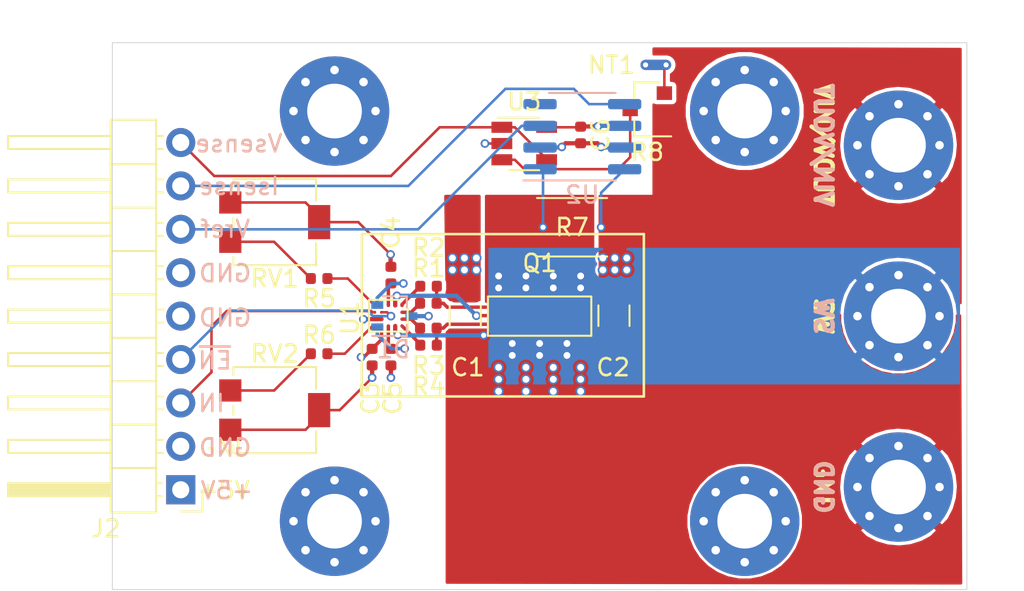
<source format=kicad_pcb>
(kicad_pcb (version 20171130) (host pcbnew 5.1.2-f72e74a~84~ubuntu18.10.1)
  (layers (0 F.Cu signal) (1 In1.Cu signal hide) (2 In2.Cu signal hide) (31 B.Cu signal) (34 B.Paste user) (35 F.Paste user) (36 B.SilkS user) (37 F.SilkS user) (38 B.Mask user) (39 F.Mask user) (44 Edge.Cuts user))
  (net 0 "")
  (net 1 "Net-(U1-Pad4)")
  (net 2 "Net-(Q1-Pad2)")
  (net 3 "Net-(Q1-Pad3)")
  (net 4 "Net-(Q1-Pad4)")
  (net 5 GND)
  (net 6 "Net-(R1-Pad2)")
  (net 7 "Net-(R2-Pad2)")
  (net 8 "Net-(R3-Pad2)")
  (net 9 "Net-(R4-Pad2)")
  (net 10 +BATT)
  (net 11 +5V)
  (net 12 "Net-(C4-Pad1)")
  (net 13 "Net-(C5-Pad1)")
  (net 14 /SW)
  (net 15 "Net-(R5-Pad2)")
  (net 16 "Net-(R5-Pad1)")
  (net 17 "Net-(R6-Pad1)")
  (net 18 "Net-(R6-Pad2)")
  (net 19 /~EN~)
  (net 20 /IN)
  (net 21 /Vref)
  (net 22 "Net-(U2-Pad4)")
  (net 23 /Isense)
  (net 24 /Vss)
  (net 25 GNDPWR)
  (net 26 "Net-(H1-Pad1)")
  (net 27 "Net-(H2-Pad1)")
  (net 28 "Net-(H3-Pad1)")
  (net 29 "Net-(H4-Pad1)")
  (net 30 /Vsense)
  (net 31 "Net-(R8-Pad3)")
  (module Resistor_SMD:R_0402_1005Metric (layer F.Cu) (at 89.3 89.75 180)
    (fp_text reference R2 (at 0 2.25) (layer F.SilkS))
    (fp_text value 1R)
    (pad 2 smd roundrect (at 0.485 0 180) (size 0.59 0.64) (layers F.Cu F.Paste F.Mask) (net 7 "Net-(R2-Pad2)"))
    (pad 1 smd roundrect (at -0.485 0 180) (size 0.59 0.64) (layers F.Cu F.Paste F.Mask) (net 2 "Net-(Q1-Pad2)"))
  )
  (module Capacitor_SMD:C_1206_3216Metric (layer F.Cu) (at 91.45 91.475 270)
    (fp_text reference C1 (at 3.025 -0.15 180) (layer F.SilkS))
    (fp_text value "10uF 50V X5R")
    (pad 1 smd roundrect (at -1.4 0 270) (size 1.25 1.75) (layers F.Cu F.Paste F.Mask) (roundrect_rratio 0.2) (net 10 +BATT))
    (pad 2 smd roundrect (at 1.4 0 270) (size 1.25 1.75) (layers F.Cu F.Paste F.Mask) (roundrect_rratio 0.2) (net 25 GNDPWR))
  )
  (module Package_CSP:pSemi_CSP-16_1.64x2.04mm_P0.4mm (layer F.Cu) (at 86.95 91.475 270)
    (fp_text reference U1 (at 0.125 2.25 270) (layer F.SilkS))
    (fp_text value PE29102)
    (pad 1 smd circle (at -0.6 -0.8 270) (size 0.18 0.18) (layers F.Cu F.Paste F.Mask) (net 7 "Net-(R2-Pad2)"))
    (pad 2 smd circle (at -0.6 -0.4 270) (size 0.18 0.18) (layers F.Cu F.Paste F.Mask) (net 3 "Net-(Q1-Pad3)"))
    (pad 3 smd circle (at -0.6 0 270) (size 0.18 0.18) (layers F.Cu F.Paste F.Mask) (net 12 "Net-(C4-Pad1)"))
    (pad 4 smd circle (at -0.6 0.4 270) (size 0.18 0.18) (layers F.Cu F.Paste F.Mask) (net 1 "Net-(U1-Pad4)"))
    (pad 5 smd circle (at -0.6 0.8 270) (size 0.18 0.18) (layers F.Cu F.Paste F.Mask) (net 16 "Net-(R5-Pad1)"))
    (pad 6 smd circle (at -0.2 -0.8 270) (size 0.18 0.18) (layers F.Cu F.Paste F.Mask) (net 6 "Net-(R1-Pad2)"))
    (pad 7 smd circle (at -0.2 0.4 270) (size 0.18 0.18) (layers F.Cu F.Paste F.Mask) (net 19 /~EN~))
    (pad 8 smd circle (at -0.2 0.8 270) (size 0.18 0.18) (layers F.Cu F.Paste F.Mask) (net 20 /IN))
    (pad 9 smd circle (at 0.2 -0.8 270) (size 0.18 0.18) (layers F.Cu F.Paste F.Mask) (net 8 "Net-(R3-Pad2)"))
    (pad 10 smd circle (at 0.2 0.4 270) (size 0.18 0.18) (layers F.Cu F.Paste F.Mask) (net 5 GND))
    (pad 11 smd circle (at 0.2 0.8 270) (size 0.18 0.18) (layers F.Cu F.Paste F.Mask) (net 5 GND))
    (pad 12 smd circle (at 0.6 -0.8 270) (size 0.18 0.18) (layers F.Cu F.Paste F.Mask) (net 9 "Net-(R4-Pad2)"))
    (pad 13 smd circle (at 0.6 -0.4 270) (size 0.18 0.18) (layers F.Cu F.Paste F.Mask) (net 25 GNDPWR))
    (pad 14 smd circle (at 0.6 0 270) (size 0.18 0.18) (layers F.Cu F.Paste F.Mask) (net 13 "Net-(C5-Pad1)"))
    (pad 15 smd circle (at 0.6 0.4 270) (size 0.18 0.18) (layers F.Cu F.Paste F.Mask) (net 11 +5V))
    (pad 16 smd circle (at 0.6 0.8 270) (size 0.18 0.18) (layers F.Cu F.Paste F.Mask) (net 17 "Net-(R6-Pad1)"))
  )
  (module GaNyMOD:EPC2102-FC (layer F.Cu) (at 95.8 91.5)
    (fp_text reference Q1 (at 0 -3.1) (layer F.SilkS))
    (fp_text value EPC2102)
    (pad 1 smd circle (at -2.8 -0.9) (size 0.2 0.2) (layers F.Cu F.Paste F.Mask) (net 24 /Vss))
    (pad 2 smd circle (at -2.8 -0.45) (size 0.2 0.2) (layers F.Cu F.Paste F.Mask) (net 2 "Net-(Q1-Pad2)"))
    (pad 3 smd circle (at -2.8 0) (size 0.2 0.2) (layers F.Cu F.Paste F.Mask) (net 3 "Net-(Q1-Pad3)"))
    (pad 4 smd circle (at -2.8 0.45) (size 0.2 0.2) (layers F.Cu F.Paste F.Mask) (net 4 "Net-(Q1-Pad4)"))
    (pad 5 smd circle (at -2.8 0.9) (size 0.2 0.2) (layers F.Cu F.Paste F.Mask) (net 25 GNDPWR))
    (pad 6 smd circle (at -2.4 -0.9) (size 0.2 0.2) (layers F.Cu F.Paste F.Mask) (net 14 /SW))
    (pad 7 smd circle (at -2.4 -0.45) (size 0.2 0.2) (layers F.Cu F.Paste F.Mask) (net 14 /SW))
    (pad 8 smd circle (at -2.4 0) (size 0.2 0.2) (layers F.Cu F.Paste F.Mask) (net 14 /SW))
    (pad 9 smd circle (at -2.4 0.45) (size 0.2 0.2) (layers F.Cu F.Paste F.Mask) (net 14 /SW))
    (pad 10 smd circle (at -2.4 0.9) (size 0.2 0.2) (layers F.Cu F.Paste F.Mask) (net 14 /SW))
    (pad 11 smd circle (at -2 -0.9) (size 0.2 0.2) (layers F.Cu F.Paste F.Mask) (net 24 /Vss))
    (pad 12 smd circle (at -2 -0.45) (size 0.2 0.2) (layers F.Cu F.Paste F.Mask) (net 24 /Vss))
    (pad 13 smd circle (at -2 0) (size 0.2 0.2) (layers F.Cu F.Paste F.Mask) (net 24 /Vss))
    (pad 14 smd circle (at -2 0.45) (size 0.2 0.2) (layers F.Cu F.Paste F.Mask) (net 25 GNDPWR))
    (pad 15 smd circle (at -2 0.9) (size 0.2 0.2) (layers F.Cu F.Paste F.Mask) (net 25 GNDPWR))
    (pad 16 smd circle (at -1.6 -0.9) (size 0.2 0.2) (layers F.Cu F.Paste F.Mask) (net 14 /SW))
    (pad 17 smd circle (at -1.6 -0.45) (size 0.2 0.2) (layers F.Cu F.Paste F.Mask) (net 14 /SW))
    (pad 18 smd circle (at -1.6 0) (size 0.2 0.2) (layers F.Cu F.Paste F.Mask) (net 14 /SW))
    (pad 19 smd circle (at -1.6 0.45) (size 0.2 0.2) (layers F.Cu F.Paste F.Mask) (net 14 /SW))
    (pad 20 smd circle (at -1.6 0.9) (size 0.2 0.2) (layers F.Cu F.Paste F.Mask) (net 14 /SW))
    (pad 21 smd circle (at -1.2 -0.9) (size 0.2 0.2) (layers F.Cu F.Paste F.Mask) (net 24 /Vss))
    (pad 22 smd circle (at -1.2 -0.45) (size 0.2 0.2) (layers F.Cu F.Paste F.Mask) (net 24 /Vss))
    (pad 23 smd circle (at -1.2 0) (size 0.2 0.2) (layers F.Cu F.Paste F.Mask) (net 24 /Vss))
    (pad 24 smd circle (at -1.2 0.45) (size 0.2 0.2) (layers F.Cu F.Paste F.Mask) (net 25 GNDPWR))
    (pad 25 smd circle (at -1.2 0.9) (size 0.2 0.2) (layers F.Cu F.Paste F.Mask) (net 25 GNDPWR))
    (pad 26 smd circle (at -0.8 -0.9) (size 0.2 0.2) (layers F.Cu F.Paste F.Mask) (net 14 /SW))
    (pad 27 smd circle (at -0.8 -0.45) (size 0.2 0.2) (layers F.Cu F.Paste F.Mask) (net 14 /SW))
    (pad 28 smd circle (at -0.8 0) (size 0.2 0.2) (layers F.Cu F.Paste F.Mask) (net 14 /SW))
    (pad 29 smd circle (at -0.8 0.45) (size 0.2 0.2) (layers F.Cu F.Paste F.Mask) (net 14 /SW))
    (pad 30 smd circle (at -0.8 0.9) (size 0.2 0.2) (layers F.Cu F.Paste F.Mask) (net 14 /SW))
    (pad 31 smd circle (at -0.4 -0.9) (size 0.2 0.2) (layers F.Cu F.Paste F.Mask) (net 24 /Vss))
    (pad 32 smd circle (at -0.4 -0.45) (size 0.2 0.2) (layers F.Cu F.Paste F.Mask) (net 24 /Vss))
    (pad 33 smd circle (at -0.4 0) (size 0.2 0.2) (layers F.Cu F.Paste F.Mask) (net 24 /Vss))
    (pad 34 smd circle (at -0.4 0.45) (size 0.2 0.2) (layers F.Cu F.Paste F.Mask) (net 25 GNDPWR))
    (pad 35 smd circle (at -0.4 0.9) (size 0.2 0.2) (layers F.Cu F.Paste F.Mask) (net 25 GNDPWR))
    (pad 36 smd circle (at 0 -0.9) (size 0.2 0.2) (layers F.Cu F.Paste F.Mask) (net 14 /SW))
    (pad 37 smd circle (at 0 -0.45) (size 0.2 0.2) (layers F.Cu F.Paste F.Mask) (net 14 /SW))
    (pad 38 smd circle (at 0 0) (size 0.2 0.2) (layers F.Cu F.Paste F.Mask) (net 14 /SW))
    (pad 39 smd circle (at 0 0.45) (size 0.2 0.2) (layers F.Cu F.Paste F.Mask) (net 14 /SW))
    (pad 40 smd circle (at 0 0.9) (size 0.2 0.2) (layers F.Cu F.Paste F.Mask) (net 14 /SW))
    (pad 41 smd circle (at 0.4 -0.9) (size 0.2 0.2) (layers F.Cu F.Paste F.Mask) (net 24 /Vss))
    (pad 42 smd circle (at 0.4 -0.45) (size 0.2 0.2) (layers F.Cu F.Paste F.Mask) (net 24 /Vss))
    (pad 43 smd circle (at 0.4 0) (size 0.2 0.2) (layers F.Cu F.Paste F.Mask) (net 25 GNDPWR))
    (pad 44 smd circle (at 0.4 0.45) (size 0.2 0.2) (layers F.Cu F.Paste F.Mask) (net 25 GNDPWR))
    (pad 45 smd circle (at 0.4 0.9) (size 0.2 0.2) (layers F.Cu F.Paste F.Mask) (net 25 GNDPWR))
    (pad 46 smd circle (at 0.8 -0.9) (size 0.2 0.2) (layers F.Cu F.Paste F.Mask) (net 14 /SW))
    (pad 47 smd circle (at 0.8 -0.45) (size 0.2 0.2) (layers F.Cu F.Paste F.Mask) (net 14 /SW))
    (pad 48 smd circle (at 0.8 0) (size 0.2 0.2) (layers F.Cu F.Paste F.Mask) (net 14 /SW))
    (pad 49 smd circle (at 0.8 0.45) (size 0.2 0.2) (layers F.Cu F.Paste F.Mask) (net 14 /SW))
    (pad 50 smd circle (at 0.8 0.9) (size 0.2 0.2) (layers F.Cu F.Paste F.Mask) (net 14 /SW))
    (pad 51 smd circle (at 1.2 -0.9) (size 0.2 0.2) (layers F.Cu F.Paste F.Mask) (net 24 /Vss))
    (pad 52 smd circle (at 1.2 -0.45) (size 0.2 0.2) (layers F.Cu F.Paste F.Mask) (net 24 /Vss))
    (pad 53 smd circle (at 1.2 0) (size 0.2 0.2) (layers F.Cu F.Paste F.Mask) (net 25 GNDPWR))
    (pad 54 smd circle (at 1.2 0.45) (size 0.2 0.2) (layers F.Cu F.Paste F.Mask) (net 25 GNDPWR))
    (pad 55 smd circle (at 1.2 0.9) (size 0.2 0.2) (layers F.Cu F.Paste F.Mask) (net 25 GNDPWR))
    (pad 56 smd circle (at 1.6 -0.9) (size 0.2 0.2) (layers F.Cu F.Paste F.Mask) (net 14 /SW))
    (pad 57 smd circle (at 1.6 -0.45) (size 0.2 0.2) (layers F.Cu F.Paste F.Mask) (net 14 /SW))
    (pad 58 smd circle (at 1.6 0) (size 0.2 0.2) (layers F.Cu F.Paste F.Mask) (net 14 /SW))
    (pad 59 smd circle (at 1.6 0.45) (size 0.2 0.2) (layers F.Cu F.Paste F.Mask) (net 14 /SW))
    (pad 60 smd circle (at 1.6 0.9) (size 0.2 0.2) (layers F.Cu F.Paste F.Mask) (net 14 /SW))
    (pad 61 smd circle (at 2 -0.9) (size 0.2 0.2) (layers F.Cu F.Paste F.Mask) (net 24 /Vss))
    (pad 62 smd circle (at 2 -0.45) (size 0.2 0.2) (layers F.Cu F.Paste F.Mask) (net 24 /Vss))
    (pad 63 smd circle (at 2 0) (size 0.2 0.2) (layers F.Cu F.Paste F.Mask) (net 25 GNDPWR))
    (pad 64 smd circle (at 2 0.45) (size 0.2 0.2) (layers F.Cu F.Paste F.Mask) (net 25 GNDPWR))
    (pad 65 smd circle (at 2 0.9) (size 0.2 0.2) (layers F.Cu F.Paste F.Mask) (net 25 GNDPWR))
    (pad 66 smd circle (at 2.4 -0.9) (size 0.2 0.2) (layers F.Cu F.Paste F.Mask) (net 14 /SW))
    (pad 67 smd circle (at 2.4 -0.45) (size 0.2 0.2) (layers F.Cu F.Paste F.Mask) (net 14 /SW))
    (pad 68 smd circle (at 2.4 0) (size 0.2 0.2) (layers F.Cu F.Paste F.Mask) (net 14 /SW))
    (pad 69 smd circle (at 2.4 0.45) (size 0.2 0.2) (layers F.Cu F.Paste F.Mask) (net 14 /SW))
    (pad 70 smd circle (at 2.4 0.9) (size 0.2 0.2) (layers F.Cu F.Paste F.Mask) (net 14 /SW))
    (pad 71 smd circle (at 2.8 -0.9) (size 0.2 0.2) (layers F.Cu F.Paste F.Mask) (net 24 /Vss))
    (pad 72 smd circle (at 2.8 -0.45) (size 0.2 0.2) (layers F.Cu F.Paste F.Mask) (net 24 /Vss))
    (pad 73 smd circle (at 2.8 0) (size 0.2 0.2) (layers F.Cu F.Paste F.Mask) (net 25 GNDPWR))
    (pad 74 smd circle (at 2.8 0.45) (size 0.2 0.2) (layers F.Cu F.Paste F.Mask) (net 25 GNDPWR))
    (pad 75 smd circle (at 2.8 0.9) (size 0.2 0.2) (layers F.Cu F.Paste F.Mask) (net 25 GNDPWR))
  )
  (module Resistor_SMD:R_0402_1005Metric (layer F.Cu) (at 89.29 90.75 180)
    (fp_text reference R1 (at -0.01 2.05) (layer F.SilkS))
    (fp_text value 1R)
    (pad 1 smd roundrect (at -0.485 0 180) (size 0.59 0.64) (layers F.Cu F.Paste F.Mask) (net 2 "Net-(Q1-Pad2)"))
    (pad 2 smd roundrect (at 0.485 0 180) (size 0.59 0.64) (layers F.Cu F.Paste F.Mask) (net 6 "Net-(R1-Pad2)"))
  )
  (module Resistor_SMD:R_0402_1005Metric (layer F.Cu) (at 89.29 92.2 180)
    (fp_text reference R3 (at -0.01 -2.2) (layer F.SilkS))
    (fp_text value 1R)
    (pad 1 smd roundrect (at -0.485 0 180) (size 0.59 0.64) (layers F.Cu F.Paste F.Mask) (net 4 "Net-(Q1-Pad4)"))
    (pad 2 smd roundrect (at 0.485 0 180) (size 0.59 0.64) (layers F.Cu F.Paste F.Mask) (net 8 "Net-(R3-Pad2)"))
  )
  (module Resistor_SMD:R_0402_1005Metric (layer F.Cu) (at 89.3 93.2 180)
    (fp_text reference R4 (at 0 -2.4) (layer F.SilkS))
    (fp_text value 1R)
    (pad 2 smd roundrect (at 0.485 0 180) (size 0.59 0.64) (layers F.Cu F.Paste F.Mask) (net 9 "Net-(R4-Pad2)"))
    (pad 1 smd roundrect (at -0.485 0 180) (size 0.59 0.64) (layers F.Cu F.Paste F.Mask) (net 4 "Net-(Q1-Pad4)"))
  )
  (module Capacitor_SMD:C_1206_3216Metric (layer F.Cu) (at 100.15 91.475 270)
    (fp_text reference C2 (at 3.025 0.05 180) (layer F.SilkS))
    (fp_text value "10uF 50V X5R")
    (pad 2 smd roundrect (at 1.4 0 270) (size 1.25 1.75) (layers F.Cu F.Paste F.Mask) (roundrect_rratio 0.2) (net 25 GNDPWR))
    (pad 1 smd roundrect (at -1.4 0 270) (size 1.25 1.75) (layers F.Cu F.Paste F.Mask) (roundrect_rratio 0.2) (net 10 +BATT))
  )
  (module Capacitor_SMD:C_0402_1005Metric (layer F.Cu) (at 86 93.9 270)
    (fp_text reference C3 (at 2.4 0.1 90) (layer F.SilkS))
    (fp_text value "1uF 16V X5R")
    (pad 1 smd roundrect (at -0.485 0 270) (size 0.59 0.64) (layers F.Cu F.Paste F.Mask) (net 11 +5V))
    (pad 2 smd roundrect (at 0.485 0 270) (size 0.59 0.64) (layers F.Cu F.Paste F.Mask) (net 5 GND))
  )
  (module Capacitor_SMD:C_0402_1005Metric (layer F.Cu) (at 87.1 89.1 90)
    (fp_text reference C4 (at 2.5 0 90) (layer F.SilkS))
    (fp_text value "1uF 16V X5R")
    (pad 2 smd roundrect (at 0.485 0 90) (size 0.59 0.64) (layers F.Cu F.Paste F.Mask) (net 5 GND))
    (pad 1 smd roundrect (at -0.485 0 90) (size 0.59 0.64) (layers F.Cu F.Paste F.Mask) (net 12 "Net-(C4-Pad1)"))
  )
  (module Capacitor_SMD:C_0402_1005Metric (layer F.Cu) (at 87.1 93.9 270)
    (fp_text reference C5 (at 2.4 -0.1 90) (layer F.SilkS))
    (fp_text value "1uF 16V X5R")
    (pad 1 smd roundrect (at -0.485 0 270) (size 0.59 0.64) (layers F.Cu F.Paste F.Mask) (net 13 "Net-(C5-Pad1)"))
    (pad 2 smd roundrect (at 0.485 0 270) (size 0.59 0.64) (layers F.Cu F.Paste F.Mask) (net 5 GND))
  )
  (module Package_TO_SOT_SMD:SOT-323_SC-70 (layer B.Cu) (at 87.3 91.5)
    (fp_text reference D1 (at -0.05 1.95 180) (layer B.SilkS) (effects (justify mirror)))
    (fp_text value BAT54AW)
    (pad 1 smd rect (at -1 0.65 90) (size 0.45 0.7) (layers B.Cu B.Paste B.Mask) (net 13 "Net-(C5-Pad1)"))
    (pad 2 smd rect (at -1 -0.65 90) (size 0.45 0.7) (layers B.Cu B.Paste B.Mask) (net 12 "Net-(C4-Pad1)"))
    (pad 3 smd rect (at 1 0 90) (size 0.45 0.7) (layers B.Cu B.Paste B.Mask) (net 11 +5V))
  )
  (module Capacitor_SMD:C_0402_1005Metric (layer F.Cu) (at 98.2 80.9 270)
    (fp_text reference C6 (at 0 -1.17 90) (layer F.SilkS))
    (fp_text value "1uF 16V X5R")
    (pad 1 smd roundrect (at -0.485 0 270) (size 0.59 0.64) (layers F.Cu F.Paste F.Mask) (net 11 +5V))
    (pad 2 smd roundrect (at 0.485 0 270) (size 0.59 0.64) (layers F.Cu F.Paste F.Mask) (net 5 GND))
  )
  (module Resistor_SMD:R_0402_1005Metric (layer F.Cu) (at 82.9 89.3 180)
    (fp_text reference R5 (at 0 -1.17) (layer F.SilkS))
    (fp_text value 30K)
    (pad 2 smd roundrect (at 0.485 0 180) (size 0.59 0.64) (layers F.Cu F.Paste F.Mask) (net 15 "Net-(R5-Pad2)"))
    (pad 1 smd roundrect (at -0.485 0 180) (size 0.59 0.64) (layers F.Cu F.Paste F.Mask) (net 16 "Net-(R5-Pad1)"))
  )
  (module Resistor_SMD:R_0402_1005Metric (layer F.Cu) (at 82.9 93.7 180)
    (fp_text reference R6 (at 0 1.1) (layer F.SilkS))
    (fp_text value 30K)
    (pad 1 smd roundrect (at -0.485 0 180) (size 0.59 0.64) (layers F.Cu F.Paste F.Mask) (net 17 "Net-(R6-Pad1)"))
    (pad 2 smd roundrect (at 0.485 0 180) (size 0.59 0.64) (layers F.Cu F.Paste F.Mask) (net 18 "Net-(R6-Pad2)"))
  )
  (module Resistor_SMD:R_2512_6332Metric (layer F.Cu) (at 97.7 86.3 180)
    (fp_text reference R7 (at 0 0) (layer F.SilkS))
    (fp_text value "0.010 Ohm")
    (pad 1 smd roundrect (at -2.9 0 180) (size 1.35 3.35) (layers F.Cu F.Paste F.Mask) (roundrect_rratio 0.185185) (net 10 +BATT))
    (pad 2 smd roundrect (at 2.9 0 180) (size 1.35 3.35) (layers F.Cu F.Paste F.Mask) (roundrect_rratio 0.185185) (net 24 /Vss))
  )
  (module Potentiometer_SMD:Potentiometer_Bourns_3214G_Horizontal (layer F.Cu) (at 80.3 86 180)
    (fp_text reference RV1 (at 0 -3.3) (layer F.SilkS))
    (fp_text value 100K)
    (pad 3 smd rect (at 2.6 1.15 180) (size 1.3 1.3) (layers F.Cu F.Paste F.Mask) (net 5 GND))
    (pad 2 smd rect (at -2.6 0 180) (size 1.3 2) (layers F.Cu F.Paste F.Mask) (net 5 GND))
    (pad 1 smd rect (at 2.6 -1.15 180) (size 1.3 1.3) (layers F.Cu F.Paste F.Mask) (net 15 "Net-(R5-Pad2)"))
  )
  (module Potentiometer_SMD:Potentiometer_Bourns_3214G_Horizontal (layer F.Cu) (at 80.3 97 180)
    (fp_text reference RV2 (at 0 3.3) (layer F.SilkS))
    (fp_text value 100K)
    (pad 1 smd rect (at 2.6 -1.15 180) (size 1.3 1.3) (layers F.Cu F.Paste F.Mask) (net 5 GND))
    (pad 2 smd rect (at -2.6 0 180) (size 1.3 2) (layers F.Cu F.Paste F.Mask) (net 5 GND))
    (pad 3 smd rect (at 2.6 1.15 180) (size 1.3 1.3) (layers F.Cu F.Paste F.Mask) (net 18 "Net-(R6-Pad2)"))
  )
  (module Package_SO:SOIC-8_3.9x4.9mm_P1.27mm (layer B.Cu) (at 98.3 81)
    (fp_text reference U2 (at 0 3.4) (layer B.SilkS) (effects (justify mirror)))
    (fp_text value AD8216)
    (pad 1 smd roundrect (at -2.475 1.905) (size 1.95 0.6) (layers B.Cu B.Paste B.Mask) (net 24 /Vss))
    (pad 2 smd roundrect (at -2.475 0.635) (size 1.95 0.6) (layers B.Cu B.Paste B.Mask) (net 5 GND))
    (pad 3 smd roundrect (at -2.475 -0.635) (size 1.95 0.6) (layers B.Cu B.Paste B.Mask) (net 21 /Vref))
    (pad 4 smd roundrect (at -2.475 -1.905) (size 1.95 0.6) (layers B.Cu B.Paste B.Mask) (net 22 "Net-(U2-Pad4)"))
    (pad 5 smd roundrect (at 2.475 -1.905) (size 1.95 0.6) (layers B.Cu B.Paste B.Mask) (net 23 /Isense))
    (pad 6 smd roundrect (at 2.475 -0.635) (size 1.95 0.6) (layers B.Cu B.Paste B.Mask) (net 11 +5V))
    (pad 7 smd roundrect (at 2.475 0.635) (size 1.95 0.6) (layers B.Cu B.Paste B.Mask) (net 5 GND))
    (pad 8 smd roundrect (at 2.475 1.905) (size 1.95 0.6) (layers B.Cu B.Paste B.Mask) (net 10 +BATT))
  )
  (module MountingHole:MountingHole_3.2mm_M3_Pad_Via (layer F.Cu) (at 83.8 103.5)
    (fp_text reference H1 (at 0 -0.1) (layer F.SilkS))
    (fp_text value MountingHole_Pad)
    (pad 1 thru_hole circle (at 0 0) (size 6.4 6.4) (drill 3.2) (layers *.Cu *.Mask) (net 26 "Net-(H1-Pad1)"))
    (pad 1 thru_hole circle (at 2.4 0) (size 0.8 0.8) (drill 0.5) (layers *.Cu *.Mask) (net 26 "Net-(H1-Pad1)"))
    (pad 1 thru_hole circle (at 1.697056 1.697056) (size 0.8 0.8) (drill 0.5) (layers *.Cu *.Mask) (net 26 "Net-(H1-Pad1)"))
    (pad 1 thru_hole circle (at 0 2.4) (size 0.8 0.8) (drill 0.5) (layers *.Cu *.Mask) (net 26 "Net-(H1-Pad1)"))
    (pad 1 thru_hole circle (at -1.697056 1.697056) (size 0.8 0.8) (drill 0.5) (layers *.Cu *.Mask) (net 26 "Net-(H1-Pad1)"))
    (pad 1 thru_hole circle (at -2.4 0) (size 0.8 0.8) (drill 0.5) (layers *.Cu *.Mask) (net 26 "Net-(H1-Pad1)"))
    (pad 1 thru_hole circle (at -1.697056 -1.697056) (size 0.8 0.8) (drill 0.5) (layers *.Cu *.Mask) (net 26 "Net-(H1-Pad1)"))
    (pad 1 thru_hole circle (at 0 -2.4) (size 0.8 0.8) (drill 0.5) (layers *.Cu *.Mask) (net 26 "Net-(H1-Pad1)"))
    (pad 1 thru_hole circle (at 1.697056 -1.697056) (size 0.8 0.8) (drill 0.5) (layers *.Cu *.Mask) (net 26 "Net-(H1-Pad1)"))
  )
  (module MountingHole:MountingHole_3.2mm_M3_Pad_Via (layer F.Cu) (at 107.8 103.5)
    (fp_text reference H2 (at 0 -0.1) (layer F.SilkS))
    (fp_text value MountingHole_Pad)
    (pad 1 thru_hole circle (at 1.697056 -1.697056) (size 0.8 0.8) (drill 0.5) (layers *.Cu *.Mask) (net 27 "Net-(H2-Pad1)"))
    (pad 1 thru_hole circle (at 0 -2.4) (size 0.8 0.8) (drill 0.5) (layers *.Cu *.Mask) (net 27 "Net-(H2-Pad1)"))
    (pad 1 thru_hole circle (at -1.697056 -1.697056) (size 0.8 0.8) (drill 0.5) (layers *.Cu *.Mask) (net 27 "Net-(H2-Pad1)"))
    (pad 1 thru_hole circle (at -2.4 0) (size 0.8 0.8) (drill 0.5) (layers *.Cu *.Mask) (net 27 "Net-(H2-Pad1)"))
    (pad 1 thru_hole circle (at -1.697056 1.697056) (size 0.8 0.8) (drill 0.5) (layers *.Cu *.Mask) (net 27 "Net-(H2-Pad1)"))
    (pad 1 thru_hole circle (at 0 2.4) (size 0.8 0.8) (drill 0.5) (layers *.Cu *.Mask) (net 27 "Net-(H2-Pad1)"))
    (pad 1 thru_hole circle (at 1.697056 1.697056) (size 0.8 0.8) (drill 0.5) (layers *.Cu *.Mask) (net 27 "Net-(H2-Pad1)"))
    (pad 1 thru_hole circle (at 2.4 0) (size 0.8 0.8) (drill 0.5) (layers *.Cu *.Mask) (net 27 "Net-(H2-Pad1)"))
    (pad 1 thru_hole circle (at 0 0) (size 6.4 6.4) (drill 3.2) (layers *.Cu *.Mask) (net 27 "Net-(H2-Pad1)"))
  )
  (module MountingHole:MountingHole_3.2mm_M3_Pad_Via (layer F.Cu) (at 107.8 79.5)
    (fp_text reference H3 (at 0 0) (layer F.SilkS))
    (fp_text value MountingHole_Pad)
    (pad 1 thru_hole circle (at 0 0) (size 6.4 6.4) (drill 3.2) (layers *.Cu *.Mask) (net 28 "Net-(H3-Pad1)"))
    (pad 1 thru_hole circle (at 2.4 0) (size 0.8 0.8) (drill 0.5) (layers *.Cu *.Mask) (net 28 "Net-(H3-Pad1)"))
    (pad 1 thru_hole circle (at 1.697056 1.697056) (size 0.8 0.8) (drill 0.5) (layers *.Cu *.Mask) (net 28 "Net-(H3-Pad1)"))
    (pad 1 thru_hole circle (at 0 2.4) (size 0.8 0.8) (drill 0.5) (layers *.Cu *.Mask) (net 28 "Net-(H3-Pad1)"))
    (pad 1 thru_hole circle (at -1.697056 1.697056) (size 0.8 0.8) (drill 0.5) (layers *.Cu *.Mask) (net 28 "Net-(H3-Pad1)"))
    (pad 1 thru_hole circle (at -2.4 0) (size 0.8 0.8) (drill 0.5) (layers *.Cu *.Mask) (net 28 "Net-(H3-Pad1)"))
    (pad 1 thru_hole circle (at -1.697056 -1.697056) (size 0.8 0.8) (drill 0.5) (layers *.Cu *.Mask) (net 28 "Net-(H3-Pad1)"))
    (pad 1 thru_hole circle (at 0 -2.4) (size 0.8 0.8) (drill 0.5) (layers *.Cu *.Mask) (net 28 "Net-(H3-Pad1)"))
    (pad 1 thru_hole circle (at 1.697056 -1.697056) (size 0.8 0.8) (drill 0.5) (layers *.Cu *.Mask) (net 28 "Net-(H3-Pad1)"))
  )
  (module MountingHole:MountingHole_3.2mm_M3_Pad_Via (layer F.Cu) (at 83.8 79.5)
    (fp_text reference H4 (at 0 -0.1) (layer F.SilkS))
    (fp_text value MountingHole_Pad)
    (pad 1 thru_hole circle (at 1.697056 -1.697056) (size 0.8 0.8) (drill 0.5) (layers *.Cu *.Mask) (net 29 "Net-(H4-Pad1)"))
    (pad 1 thru_hole circle (at 0 -2.4) (size 0.8 0.8) (drill 0.5) (layers *.Cu *.Mask) (net 29 "Net-(H4-Pad1)"))
    (pad 1 thru_hole circle (at -1.697056 -1.697056) (size 0.8 0.8) (drill 0.5) (layers *.Cu *.Mask) (net 29 "Net-(H4-Pad1)"))
    (pad 1 thru_hole circle (at -2.4 0) (size 0.8 0.8) (drill 0.5) (layers *.Cu *.Mask) (net 29 "Net-(H4-Pad1)"))
    (pad 1 thru_hole circle (at -1.697056 1.697056) (size 0.8 0.8) (drill 0.5) (layers *.Cu *.Mask) (net 29 "Net-(H4-Pad1)"))
    (pad 1 thru_hole circle (at 0 2.4) (size 0.8 0.8) (drill 0.5) (layers *.Cu *.Mask) (net 29 "Net-(H4-Pad1)"))
    (pad 1 thru_hole circle (at 1.697056 1.697056) (size 0.8 0.8) (drill 0.5) (layers *.Cu *.Mask) (net 29 "Net-(H4-Pad1)"))
    (pad 1 thru_hole circle (at 2.4 0) (size 0.8 0.8) (drill 0.5) (layers *.Cu *.Mask) (net 29 "Net-(H4-Pad1)"))
    (pad 1 thru_hole circle (at 0 0) (size 6.4 6.4) (drill 3.2) (layers *.Cu *.Mask) (net 29 "Net-(H4-Pad1)"))
  )
  (module Connector_PinHeader_2.54mm:PinHeader_1x09_P2.54mm_Horizontal (layer F.Cu) (at 74.8 101.66 180)
    (fp_text reference J2 (at 4.385 -2.27) (layer F.SilkS))
    (fp_text value Conn_01x09_Male)
    (pad 1 thru_hole rect (at 0 0 180) (size 1.7 1.7) (drill 1) (layers *.Cu *.Mask) (net 11 +5V))
    (pad 2 thru_hole oval (at 0 2.54 180) (size 1.7 1.7) (drill 1) (layers *.Cu *.Mask) (net 5 GND))
    (pad 3 thru_hole oval (at 0 5.08 180) (size 1.7 1.7) (drill 1) (layers *.Cu *.Mask) (net 20 /IN))
    (pad 4 thru_hole oval (at 0 7.62 180) (size 1.7 1.7) (drill 1) (layers *.Cu *.Mask) (net 19 /~EN~))
    (pad 5 thru_hole oval (at 0 10.16 180) (size 1.7 1.7) (drill 1) (layers *.Cu *.Mask) (net 5 GND))
    (pad 6 thru_hole oval (at 0 12.7 180) (size 1.7 1.7) (drill 1) (layers *.Cu *.Mask) (net 5 GND))
    (pad 7 thru_hole oval (at 0 15.24 180) (size 1.7 1.7) (drill 1) (layers *.Cu *.Mask) (net 21 /Vref))
    (pad 8 thru_hole oval (at 0 17.78 180) (size 1.7 1.7) (drill 1) (layers *.Cu *.Mask) (net 23 /Isense))
    (pad 9 thru_hole oval (at 0 20.32 180) (size 1.7 1.7) (drill 1) (layers *.Cu *.Mask) (net 30 /Vsense))
  )
  (module Package_TO_SOT_SMD:SOT-23 (layer F.Cu) (at 102.1 79.4 180)
    (fp_text reference R8 (at 0 -2.5) (layer F.SilkS))
    (fp_text value MPMT10019001AT1)
    (pad 1 smd rect (at -1 -0.95 180) (size 0.9 0.8) (layers F.Cu F.Paste F.Mask) (net 10 +BATT))
    (pad 2 smd rect (at -1 0.95 180) (size 0.9 0.8) (layers F.Cu F.Paste F.Mask) (net 25 GNDPWR))
    (pad 3 smd rect (at 1 0 180) (size 0.9 0.8) (layers F.Cu F.Paste F.Mask) (net 31 "Net-(R8-Pad3)"))
  )
  (module Package_TO_SOT_SMD:TSOT-23-5 (layer F.Cu) (at 94.9 81.4)
    (fp_text reference U3 (at 0 -2.45) (layer F.SilkS))
    (fp_text value TLV3541)
    (pad 1 smd rect (at -1.31 -0.95) (size 1.22 0.65) (layers F.Cu F.Paste F.Mask) (net 30 /Vsense))
    (pad 2 smd rect (at -1.31 0) (size 1.22 0.65) (layers F.Cu F.Paste F.Mask) (net 5 GND))
    (pad 3 smd rect (at -1.31 0.95) (size 1.22 0.65) (layers F.Cu F.Paste F.Mask) (net 31 "Net-(R8-Pad3)"))
    (pad 4 smd rect (at 1.31 0.95) (size 1.22 0.65) (layers F.Cu F.Paste F.Mask) (net 30 /Vsense))
    (pad 5 smd rect (at 1.31 -0.95) (size 1.22 0.65) (layers F.Cu F.Paste F.Mask) (net 11 +5V))
  )
  (module NetTie:NetTie-2_THT_Pad0.3mm (layer F.Cu) (at 102 76.8)
    (fp_text reference NT1 (at -2 0) (layer F.SilkS))
    (fp_text value Net-Tie_2)
    (fp_poly (pts (xy 0 -0.3) (xy 1.2 -0.3) (xy 1.2 0.3) (xy 0 0.3)) (layer F.Cu) (width 0))
    (fp_poly (pts (xy 0 -0.3) (xy 1.2 -0.3) (xy 1.2 0.3) (xy 0 0.3)) (layer B.Cu) (width 0))
    (pad 1 thru_hole circle (at 0 0) (size 0.6 0.6) (drill 0.3) (layers *.Cu) (net 5 GND))
    (pad 2 thru_hole circle (at 1.2 0) (size 0.6 0.6) (drill 0.3) (layers *.Cu) (net 25 GNDPWR))
  )
  (module MountingHole:MountingHole_3.2mm_M3_Pad_Via (layer F.Cu) (at 116.8 81.5)
    (fp_text reference H5 (at 0 0) (layer F.SilkS))
    (fp_text value MountingHole_Pad)
    (pad 1 thru_hole circle (at 0 0) (size 6.4 6.4) (drill 3.2) (layers *.Cu *.Mask) (net 10 +BATT))
    (pad 1 thru_hole circle (at 2.4 0) (size 0.8 0.8) (drill 0.5) (layers *.Cu *.Mask) (net 10 +BATT))
    (pad 1 thru_hole circle (at 1.697056 1.697056) (size 0.8 0.8) (drill 0.5) (layers *.Cu *.Mask) (net 10 +BATT))
    (pad 1 thru_hole circle (at 0 2.4) (size 0.8 0.8) (drill 0.5) (layers *.Cu *.Mask) (net 10 +BATT))
    (pad 1 thru_hole circle (at -1.697056 1.697056) (size 0.8 0.8) (drill 0.5) (layers *.Cu *.Mask) (net 10 +BATT))
    (pad 1 thru_hole circle (at -2.4 0) (size 0.8 0.8) (drill 0.5) (layers *.Cu *.Mask) (net 10 +BATT))
    (pad 1 thru_hole circle (at -1.697056 -1.697056) (size 0.8 0.8) (drill 0.5) (layers *.Cu *.Mask) (net 10 +BATT))
    (pad 1 thru_hole circle (at 0 -2.4) (size 0.8 0.8) (drill 0.5) (layers *.Cu *.Mask) (net 10 +BATT))
    (pad 1 thru_hole circle (at 1.697056 -1.697056) (size 0.8 0.8) (drill 0.5) (layers *.Cu *.Mask) (net 10 +BATT))
  )
  (module MountingHole:MountingHole_3.2mm_M3_Pad_Via (layer F.Cu) (at 116.8 101.5)
    (fp_text reference H6 (at 0 0) (layer F.SilkS))
    (fp_text value MountingHole_Pad)
    (pad 1 thru_hole circle (at 1.697056 -1.697056) (size 0.8 0.8) (drill 0.5) (layers *.Cu *.Mask) (net 25 GNDPWR))
    (pad 1 thru_hole circle (at 0 -2.4) (size 0.8 0.8) (drill 0.5) (layers *.Cu *.Mask) (net 25 GNDPWR))
    (pad 1 thru_hole circle (at -1.697056 -1.697056) (size 0.8 0.8) (drill 0.5) (layers *.Cu *.Mask) (net 25 GNDPWR))
    (pad 1 thru_hole circle (at -2.4 0) (size 0.8 0.8) (drill 0.5) (layers *.Cu *.Mask) (net 25 GNDPWR))
    (pad 1 thru_hole circle (at -1.697056 1.697056) (size 0.8 0.8) (drill 0.5) (layers *.Cu *.Mask) (net 25 GNDPWR))
    (pad 1 thru_hole circle (at 0 2.4) (size 0.8 0.8) (drill 0.5) (layers *.Cu *.Mask) (net 25 GNDPWR))
    (pad 1 thru_hole circle (at 1.697056 1.697056) (size 0.8 0.8) (drill 0.5) (layers *.Cu *.Mask) (net 25 GNDPWR))
    (pad 1 thru_hole circle (at 2.4 0) (size 0.8 0.8) (drill 0.5) (layers *.Cu *.Mask) (net 25 GNDPWR))
    (pad 1 thru_hole circle (at 0 0) (size 6.4 6.4) (drill 3.2) (layers *.Cu *.Mask) (net 25 GNDPWR))
  )
  (module MountingHole:MountingHole_3.2mm_M3_Pad_Via (layer F.Cu) (at 116.8 91.5)
    (fp_text reference H7 (at 0 0) (layer F.SilkS))
    (fp_text value MountingHole_Pad)
    (pad 1 thru_hole circle (at 0 0) (size 6.4 6.4) (drill 3.2) (layers *.Cu *.Mask) (net 14 /SW))
    (pad 1 thru_hole circle (at 2.4 0) (size 0.8 0.8) (drill 0.5) (layers *.Cu *.Mask) (net 14 /SW))
    (pad 1 thru_hole circle (at 1.697056 1.697056) (size 0.8 0.8) (drill 0.5) (layers *.Cu *.Mask) (net 14 /SW))
    (pad 1 thru_hole circle (at 0 2.4) (size 0.8 0.8) (drill 0.5) (layers *.Cu *.Mask) (net 14 /SW))
    (pad 1 thru_hole circle (at -1.697056 1.697056) (size 0.8 0.8) (drill 0.5) (layers *.Cu *.Mask) (net 14 /SW))
    (pad 1 thru_hole circle (at -2.4 0) (size 0.8 0.8) (drill 0.5) (layers *.Cu *.Mask) (net 14 /SW))
    (pad 1 thru_hole circle (at -1.697056 -1.697056) (size 0.8 0.8) (drill 0.5) (layers *.Cu *.Mask) (net 14 /SW))
    (pad 1 thru_hole circle (at 0 -2.4) (size 0.8 0.8) (drill 0.5) (layers *.Cu *.Mask) (net 14 /SW))
    (pad 1 thru_hole circle (at 1.697056 -1.697056) (size 0.8 0.8) (drill 0.5) (layers *.Cu *.Mask) (net 14 /SW))
  )
  (gr_text GND (at 112.4 101.5 270) (layer B.SilkS) (effects (font (size 1 1) (thickness 0.25)) (justify mirror)))
  (gr_text SW (at 112.4 91.5 270) (layer B.SilkS) (effects (font (size 1 1) (thickness 0.25)) (justify mirror)))
  (gr_text VIN/VOUT (at 112.4 81.5 270) (layer B.SilkS) (effects (font (size 1 1) (thickness 0.25)) (justify mirror)))
  (gr_text GND (at 77.4 99.2) (layer F.SilkS) (effects (font (size 1 1))))
  (gr_text +5V (at 77.3 101.7) (layer F.SilkS) (effects (font (size 1 1))))
  (gr_text ~EN~ (at 76.8 94.1) (layer B.SilkS) (effects (font (size 1 1)) (justify mirror)))
  (gr_text IN (at 76.6 96.6) (layer B.SilkS) (effects (font (size 1 1)) (justify mirror)))
  (gr_text +5V (at 77.5 101.7) (layer B.SilkS) (effects (font (size 1 1)) (justify mirror)))
  (gr_text GND (at 77.4 99.2) (layer B.SilkS) (effects (font (size 1 1)) (justify mirror)))
  (gr_text GND (at 77.4 91.6) (layer B.SilkS) (effects (font (size 1 1)) (justify mirror)))
  (gr_text GND (at 77.4 89) (layer B.SilkS) (effects (font (size 1 1)) (justify mirror)))
  (gr_text Vref (at 77.4 86.4) (layer B.SilkS) (effects (font (size 1 1)) (justify mirror)))
  (gr_text Isense (at 78.2 83.9) (layer B.SilkS) (effects (font (size 1 1)) (justify mirror)))
  (gr_text Vsense (at 78.2 81.4) (layer B.SilkS) (effects (font (size 1 1)) (justify mirror)))
  (gr_text GND (at 112.4 101.5 270) (layer F.SilkS) (effects (font (size 1 1) (thickness 0.25))))
  (gr_text SW (at 112.4 91.5 270) (layer F.SilkS) (effects (font (size 1 1) (thickness 0.25))))
  (gr_text VIN/VOUT (at 112.4 81.5 270) (layer F.SilkS) (effects (font (size 1 1) (thickness 0.25))))
  (gr_line (start 120.8 75.5) (end 70.8 75.5) (layer Edge.Cuts) (width 0.05))
  (gr_line (start 120.8 107.5) (end 120.8 75.5) (layer Edge.Cuts) (width 0.05))
  (gr_line (start 70.8 107.5) (end 120.8 107.5) (layer Edge.Cuts) (width 0.05))
  (gr_line (start 70.8 75.5) (end 70.8 107.5) (layer Edge.Cuts) (width 0.05))
  (gr_line (start 101.9 86.7) (end 85.4 86.7) (layer F.SilkS) (width 0.15))
  (gr_line (start 101.9 96.2) (end 101.9 86.7) (layer F.SilkS) (width 0.15))
  (gr_line (start 85.4 96.2) (end 101.9 96.2) (layer F.SilkS) (width 0.15))
  (gr_line (start 85.4 86.7) (end 85.4 96.2) (layer F.SilkS) (width 0.15))
  (segment (start 89.775 89.76) (end 89.785 89.75) (width 0.2) (layer F.Cu) (net 2))
  (segment (start 89.775 90.75) (end 89.775 89.76) (width 0.2) (layer F.Cu) (net 2))
  (segment (start 90.394998 90.974998) (end 90.17 90.75) (width 0.2) (layer F.Cu) (net 2))
  (segment (start 92.858579 91.02) (end 92.813577 90.974998) (width 0.2) (layer F.Cu) (net 2))
  (segment (start 93 91.02) (end 92.858579 91.02) (width 0.2) (layer F.Cu) (net 2))
  (segment (start 90.17 90.75) (end 89.775 90.75) (width 0.2) (layer F.Cu) (net 2))
  (segment (start 92.813577 90.974998) (end 90.394998 90.974998) (width 0.2) (layer F.Cu) (net 2))
  (segment (start 93 91.47) (end 92.105 91.47) (width 0.2) (layer F.Cu) (net 3))
  (via (at 92.1 91.475) (size 0.5) (drill 0.3) (layers F.Cu B.Cu) (net 3))
  (segment (start 92.105 91.47) (end 92.1 91.475) (width 0.2) (layer F.Cu) (net 3))
  (segment (start 87.35 90.410992) (end 87.45001 90.310982) (width 0.25) (layer F.Cu) (net 3))
  (segment (start 92.1 91.475) (end 90.935982 90.310982) (width 0.25) (layer B.Cu) (net 3))
  (segment (start 90.935982 90.310982) (end 87.45001 90.310982) (width 0.25) (layer B.Cu) (net 3))
  (segment (start 87.35 90.875) (end 87.35 90.410992) (width 0.25) (layer F.Cu) (net 3))
  (via (at 87.45001 90.310982) (size 0.5) (drill 0.3) (layers F.Cu B.Cu) (net 3))
  (segment (start 89.775 93.19) (end 89.785 93.2) (width 0.2) (layer F.Cu) (net 4))
  (segment (start 89.775 92.2) (end 89.775 93.19) (width 0.2) (layer F.Cu) (net 4))
  (segment (start 92.803577 91.975002) (end 90.394998 91.975002) (width 0.2) (layer F.Cu) (net 4))
  (segment (start 90.17 92.2) (end 89.775 92.2) (width 0.2) (layer F.Cu) (net 4))
  (segment (start 92.858579 91.92) (end 92.803577 91.975002) (width 0.2) (layer F.Cu) (net 4))
  (segment (start 93 91.92) (end 92.858579 91.92) (width 0.2) (layer F.Cu) (net 4))
  (segment (start 90.394998 91.975002) (end 90.17 92.2) (width 0.2) (layer F.Cu) (net 4))
  (via (at 87.1 95.1) (size 0.5) (drill 0.3) (layers F.Cu B.Cu) (net 5))
  (via (at 86 95.1) (size 0.5) (drill 0.3) (layers F.Cu B.Cu) (net 5))
  (via (at 87.08 87.89) (size 0.5) (drill 0.3) (layers F.Cu B.Cu) (net 5))
  (via (at 97.1 81.6) (size 0.5) (drill 0.3) (layers F.Cu B.Cu) (net 5))
  (via (at 99.4 81.6) (size 0.5) (drill 0.3) (layers F.Cu B.Cu) (net 5))
  (segment (start 97.065 81.635) (end 97.1 81.6) (width 0.25) (layer B.Cu) (net 5))
  (segment (start 95.825 81.635) (end 97.065 81.635) (width 0.25) (layer B.Cu) (net 5))
  (segment (start 99.435 81.635) (end 99.4 81.6) (width 0.25) (layer B.Cu) (net 5))
  (segment (start 100.775 81.635) (end 99.435 81.635) (width 0.25) (layer B.Cu) (net 5))
  (segment (start 97.315 81.385) (end 97.1 81.6) (width 0.25) (layer F.Cu) (net 5))
  (segment (start 98.2 81.385) (end 97.315 81.385) (width 0.25) (layer F.Cu) (net 5))
  (segment (start 99.185 81.385) (end 99.4 81.6) (width 0.25) (layer F.Cu) (net 5))
  (segment (start 98.2 81.385) (end 99.185 81.385) (width 0.25) (layer F.Cu) (net 5))
  (segment (start 86 94.385) (end 86 95.1) (width 0.25) (layer F.Cu) (net 5))
  (segment (start 87.1 94.385) (end 87.1 95.1) (width 0.25) (layer F.Cu) (net 5))
  (segment (start 87.08 88.595) (end 87.1 88.615) (width 0.25) (layer F.Cu) (net 5))
  (segment (start 87.08 87.89) (end 87.08 88.595) (width 0.25) (layer F.Cu) (net 5))
  (segment (start 86.55 91.675) (end 86.15 91.675) (width 0.25) (layer F.Cu) (net 5))
  (via (at 85.489095 91.683052) (size 0.5) (drill 0.3) (layers F.Cu B.Cu) (net 5))
  (segment (start 85.497147 91.675) (end 85.489095 91.683052) (width 0.25) (layer F.Cu) (net 5))
  (segment (start 86.15 91.675) (end 85.497147 91.675) (width 0.25) (layer F.Cu) (net 5))
  (segment (start 82.1 84.85) (end 82.9 85.65) (width 0.15) (layer F.Cu) (net 5))
  (segment (start 82.9 85.65) (end 82.9 86) (width 0.15) (layer F.Cu) (net 5))
  (segment (start 77.7 84.85) (end 82.1 84.85) (width 0.15) (layer F.Cu) (net 5))
  (segment (start 85.19 86) (end 87.08 87.89) (width 0.15) (layer F.Cu) (net 5))
  (segment (start 82.9 86) (end 85.19 86) (width 0.15) (layer F.Cu) (net 5))
  (segment (start 82.1 98.15) (end 82.9 97.35) (width 0.15) (layer F.Cu) (net 5))
  (segment (start 82.9 97.35) (end 82.9 97) (width 0.15) (layer F.Cu) (net 5))
  (segment (start 77.7 98.15) (end 82.1 98.15) (width 0.15) (layer F.Cu) (net 5))
  (segment (start 84.1 97) (end 86 95.1) (width 0.15) (layer F.Cu) (net 5))
  (segment (start 82.9 97) (end 84.1 97) (width 0.15) (layer F.Cu) (net 5))
  (segment (start 93.59 81.4) (end 92.600002 81.4) (width 0.15) (layer F.Cu) (net 5))
  (via (at 92.600002 81.4) (size 0.5) (drill 0.3) (layers F.Cu B.Cu) (net 5))
  (segment (start 88.28 91.275) (end 88.805 90.75) (width 0.2) (layer F.Cu) (net 6))
  (segment (start 87.75 91.275) (end 88.28 91.275) (width 0.2) (layer F.Cu) (net 6))
  (segment (start 87.75 90.815) (end 88.815 89.75) (width 0.2) (layer F.Cu) (net 7))
  (segment (start 87.75 90.875) (end 87.75 90.815) (width 0.2) (layer F.Cu) (net 7))
  (segment (start 88.28 91.675) (end 88.805 92.2) (width 0.2) (layer F.Cu) (net 8))
  (segment (start 87.75 91.675) (end 88.28 91.675) (width 0.2) (layer F.Cu) (net 8))
  (segment (start 88.815 93.14) (end 88.815 93.2) (width 0.2) (layer F.Cu) (net 9))
  (segment (start 87.75 92.075) (end 88.815 93.14) (width 0.2) (layer F.Cu) (net 9))
  (via (at 99.4 86.3) (size 0.5) (drill 0.3) (layers F.Cu B.Cu) (net 10))
  (segment (start 100.6 86.3) (end 99.4 86.3) (width 0.15) (layer F.Cu) (net 10))
  (segment (start 99.4 84.28) (end 100.775 82.905) (width 0.15) (layer B.Cu) (net 10))
  (segment (start 99.4 86.3) (end 99.4 84.28) (width 0.15) (layer B.Cu) (net 10))
  (via (at 91.4 88.8) (size 0.6) (drill 0.4) (layers F.Cu B.Cu) (net 10))
  (via (at 90.7 88.8) (size 0.6) (drill 0.4) (layers F.Cu B.Cu) (net 10))
  (via (at 92.1 88.8) (size 0.6) (drill 0.4) (layers F.Cu B.Cu) (net 10))
  (via (at 92.1 88.1) (size 0.6) (drill 0.4) (layers F.Cu B.Cu) (net 10))
  (via (at 91.4 88.1) (size 0.6) (drill 0.4) (layers F.Cu B.Cu) (net 10))
  (via (at 90.7 88.1) (size 0.6) (drill 0.4) (layers F.Cu B.Cu) (net 10))
  (via (at 100.2 88.8) (size 0.6) (drill 0.4) (layers F.Cu B.Cu) (net 10))
  (via (at 99.5 88.8) (size 0.6) (drill 0.4) (layers F.Cu B.Cu) (net 10))
  (via (at 99.5 88.1) (size 0.6) (drill 0.4) (layers F.Cu B.Cu) (net 10))
  (via (at 100.2 88.1) (size 0.6) (drill 0.4) (layers F.Cu B.Cu) (net 10))
  (via (at 100.9 88.1) (size 0.6) (drill 0.4) (layers F.Cu B.Cu) (net 10))
  (via (at 100.9 88.8) (size 0.6) (drill 0.4) (layers F.Cu B.Cu) (net 10))
  (via (at 99.2 80.4) (size 0.5) (drill 0.3) (layers F.Cu B.Cu) (net 11))
  (segment (start 100.775 80.365) (end 99.235 80.365) (width 0.25) (layer B.Cu) (net 11))
  (segment (start 99.235 80.365) (end 99.2 80.4) (width 0.25) (layer B.Cu) (net 11))
  (segment (start 98.215 80.4) (end 98.2 80.415) (width 0.25) (layer F.Cu) (net 11))
  (segment (start 99.2 80.4) (end 98.215 80.4) (width 0.25) (layer F.Cu) (net 11))
  (via (at 89.3 91.5) (size 0.5) (drill 0.3) (layers F.Cu B.Cu) (net 11))
  (segment (start 88.3 91.5) (end 89.3 91.5) (width 0.25) (layer B.Cu) (net 11))
  (via (at 85.35 93.9) (size 0.5) (drill 0.3) (layers F.Cu B.Cu) (net 11))
  (segment (start 85.515 93.9) (end 86 93.415) (width 0.2) (layer F.Cu) (net 11))
  (segment (start 85.35 93.9) (end 85.515 93.9) (width 0.2) (layer F.Cu) (net 11))
  (segment (start 86.55 92.865) (end 86 93.415) (width 0.2) (layer F.Cu) (net 11))
  (segment (start 86.55 92.075) (end 86.55 92.865) (width 0.2) (layer F.Cu) (net 11))
  (segment (start 98.165 80.45) (end 98.2 80.415) (width 0.15) (layer F.Cu) (net 11))
  (segment (start 96.21 80.45) (end 98.165 80.45) (width 0.15) (layer F.Cu) (net 11))
  (via (at 87.83 89.59) (size 0.5) (drill 0.3) (layers F.Cu B.Cu) (net 12))
  (segment (start 86.3 90.85) (end 86.3 90.425) (width 0.2) (layer B.Cu) (net 12))
  (segment (start 87.135 89.59) (end 87.83 89.59) (width 0.2) (layer B.Cu) (net 12))
  (segment (start 86.3 90.425) (end 87.135 89.59) (width 0.2) (layer B.Cu) (net 12))
  (segment (start 87.105 89.59) (end 87.1 89.585) (width 0.2) (layer F.Cu) (net 12))
  (segment (start 87.83 89.59) (end 87.105 89.59) (width 0.2) (layer F.Cu) (net 12))
  (segment (start 86.95 89.735) (end 87.1 89.585) (width 0.2) (layer F.Cu) (net 12))
  (segment (start 86.95 90.875) (end 86.95 89.735) (width 0.2) (layer F.Cu) (net 12))
  (segment (start 87.125 93.4) (end 87.9 93.4) (width 0.2) (layer B.Cu) (net 13))
  (segment (start 86.3 92.15) (end 86.3 92.575) (width 0.2) (layer B.Cu) (net 13))
  (via (at 87.9 93.4) (size 0.5) (drill 0.3) (layers F.Cu B.Cu) (net 13))
  (segment (start 86.3 92.575) (end 87.125 93.4) (width 0.2) (layer B.Cu) (net 13))
  (segment (start 87.115 93.4) (end 87.1 93.415) (width 0.2) (layer F.Cu) (net 13))
  (segment (start 87.9 93.4) (end 87.115 93.4) (width 0.2) (layer F.Cu) (net 13))
  (segment (start 86.95 93.265) (end 87.1 93.415) (width 0.2) (layer F.Cu) (net 13))
  (segment (start 86.95 92.075) (end 86.95 93.265) (width 0.2) (layer F.Cu) (net 13))
  (via (at 93.4 89.15) (size 0.6) (drill 0.4) (layers F.Cu B.Cu) (net 14))
  (via (at 93.4 89.85) (size 0.6) (drill 0.4) (layers F.Cu B.Cu) (net 14))
  (segment (start 93.4 92.37) (end 93.4 91.92) (width 0.25) (layer F.Cu) (net 14))
  (segment (start 93.4 91.92) (end 93.4 90.57) (width 0.25) (layer F.Cu) (net 14))
  (segment (start 94.2 92.37) (end 94.2 90.57) (width 0.25) (layer F.Cu) (net 14))
  (segment (start 95 92.37) (end 95 90.57) (width 0.25) (layer F.Cu) (net 14))
  (segment (start 95.8 92.37) (end 95.8 90.57) (width 0.25) (layer F.Cu) (net 14))
  (segment (start 96.6 92.37) (end 96.6 90.57) (width 0.25) (layer F.Cu) (net 14))
  (segment (start 97.4 92.37) (end 97.4 90.57) (width 0.25) (layer F.Cu) (net 14))
  (segment (start 98.2 92.37) (end 98.2 90.57) (width 0.25) (layer F.Cu) (net 14))
  (via (at 94.2 93.1) (size 0.6) (drill 0.4) (layers F.Cu B.Cu) (net 14))
  (segment (start 93.4 90.57) (end 93.4 89.85) (width 0.25) (layer F.Cu) (net 14))
  (segment (start 94.2 92.37) (end 94.2 93.1) (width 0.25) (layer F.Cu) (net 14))
  (via (at 95 89.85) (size 0.6) (drill 0.4) (layers F.Cu B.Cu) (net 14))
  (via (at 96.6 89.85) (size 0.6) (drill 0.4) (layers F.Cu B.Cu) (net 14))
  (via (at 98.2 89.85) (size 0.6) (drill 0.4) (layers F.Cu B.Cu) (net 14))
  (via (at 95.8 93.1) (size 0.6) (drill 0.4) (layers F.Cu B.Cu) (net 14))
  (via (at 97.4 93.1) (size 0.6) (drill 0.4) (layers F.Cu B.Cu) (net 14))
  (segment (start 95 90.57) (end 95 89.85) (width 0.25) (layer F.Cu) (net 14))
  (segment (start 96.6 89.85) (end 96.6 90.57) (width 0.25) (layer F.Cu) (net 14))
  (segment (start 98.2 90.57) (end 98.2 89.85) (width 0.25) (layer F.Cu) (net 14))
  (segment (start 95.8 92.37) (end 95.8 93.1) (width 0.25) (layer F.Cu) (net 14))
  (segment (start 97.4 92.37) (end 97.4 93.1) (width 0.25) (layer F.Cu) (net 14))
  (via (at 95 89.15) (size 0.6) (drill 0.4) (layers F.Cu B.Cu) (net 14))
  (via (at 96.6 89.15) (size 0.6) (drill 0.4) (layers F.Cu B.Cu) (net 14))
  (via (at 98.2 89.15) (size 0.6) (drill 0.4) (layers F.Cu B.Cu) (net 14))
  (via (at 97.4 93.8) (size 0.6) (drill 0.4) (layers F.Cu B.Cu) (net 14))
  (via (at 95.8 93.8) (size 0.6) (drill 0.4) (layers F.Cu B.Cu) (net 14))
  (via (at 94.2 93.8) (size 0.6) (drill 0.4) (layers F.Cu B.Cu) (net 14))
  (segment (start 94.2 93.1) (end 94.2 93.8) (width 0.5) (layer F.Cu) (net 14))
  (segment (start 95.8 93.1) (end 95.8 93.8) (width 0.5) (layer F.Cu) (net 14))
  (segment (start 97.4 93.1) (end 97.4 93.8) (width 0.5) (layer F.Cu) (net 14))
  (segment (start 93.4 89.85) (end 93.4 89.15) (width 0.5) (layer F.Cu) (net 14))
  (segment (start 95 89.85) (end 95 89.15) (width 0.5) (layer F.Cu) (net 14))
  (segment (start 96.6 89.85) (end 96.6 89.15) (width 0.5) (layer F.Cu) (net 14))
  (segment (start 98.2 89.85) (end 98.2 89.15) (width 0.5) (layer F.Cu) (net 14))
  (segment (start 80.265 87.15) (end 77.7 87.15) (width 0.15) (layer F.Cu) (net 15))
  (segment (start 82.415 89.3) (end 80.265 87.15) (width 0.15) (layer F.Cu) (net 15))
  (segment (start 84.575 89.3) (end 83.385 89.3) (width 0.15) (layer F.Cu) (net 16))
  (segment (start 86.15 90.875) (end 84.575 89.3) (width 0.15) (layer F.Cu) (net 16))
  (segment (start 83.78 93.7) (end 83.385 93.7) (width 0.15) (layer F.Cu) (net 17))
  (segment (start 86.022721 92.075) (end 84.397721 93.7) (width 0.15) (layer F.Cu) (net 17))
  (segment (start 84.397721 93.7) (end 83.78 93.7) (width 0.15) (layer F.Cu) (net 17))
  (segment (start 86.15 92.075) (end 86.022721 92.075) (width 0.15) (layer F.Cu) (net 17))
  (segment (start 80.265 95.85) (end 77.7 95.85) (width 0.15) (layer F.Cu) (net 18))
  (segment (start 82.415 93.7) (end 80.265 95.85) (width 0.15) (layer F.Cu) (net 18))
  (via (at 87.1 91.5) (size 0.5) (drill 0.3) (layers F.Cu B.Cu) (net 19))
  (segment (start 86.55 91.275) (end 86.875 91.275) (width 0.15) (layer F.Cu) (net 19))
  (segment (start 86.875 91.275) (end 87.1 91.5) (width 0.15) (layer F.Cu) (net 19))
  (segment (start 75.649999 93.190001) (end 74.8 94.04) (width 0.15) (layer B.Cu) (net 19))
  (segment (start 85.724999 91.174999) (end 77.665001 91.174999) (width 0.15) (layer B.Cu) (net 19))
  (segment (start 86.05 91.5) (end 85.724999 91.174999) (width 0.15) (layer B.Cu) (net 19))
  (segment (start 77.665001 91.174999) (end 75.649999 93.190001) (width 0.15) (layer B.Cu) (net 19))
  (segment (start 87.1 91.5) (end 86.05 91.5) (width 0.15) (layer B.Cu) (net 19))
  (segment (start 76.6 94.78) (end 74.8 96.58) (width 0.15) (layer F.Cu) (net 20))
  (segment (start 85.947721 91.2) (end 77.5 91.2) (width 0.15) (layer F.Cu) (net 20))
  (segment (start 77.5 91.2) (end 76.6 92.1) (width 0.15) (layer F.Cu) (net 20))
  (segment (start 86.15 91.275) (end 86.022721 91.275) (width 0.15) (layer F.Cu) (net 20))
  (segment (start 76.6 92.1) (end 76.6 94.78) (width 0.15) (layer F.Cu) (net 20))
  (segment (start 86.022721 91.275) (end 85.947721 91.2) (width 0.15) (layer F.Cu) (net 20))
  (segment (start 88.695 86.42) (end 94.75 80.365) (width 0.15) (layer B.Cu) (net 21))
  (segment (start 94.75 80.365) (end 95.825 80.365) (width 0.15) (layer B.Cu) (net 21))
  (segment (start 74.8 86.42) (end 88.695 86.42) (width 0.15) (layer B.Cu) (net 21))
  (segment (start 74.8 83.88) (end 88.12 83.88) (width 0.15) (layer B.Cu) (net 23))
  (segment (start 88.12 83.88) (end 93.8 78.2) (width 0.15) (layer B.Cu) (net 23))
  (segment (start 93.8 78.2) (end 97.8 78.2) (width 0.15) (layer B.Cu) (net 23))
  (segment (start 98.695 79.095) (end 100.775 79.095) (width 0.15) (layer B.Cu) (net 23))
  (segment (start 97.8 78.2) (end 98.695 79.095) (width 0.15) (layer B.Cu) (net 23))
  (via (at 96 86.3) (size 0.5) (drill 0.3) (layers F.Cu B.Cu) (net 24))
  (segment (start 94.8 86.3) (end 96 86.3) (width 0.15) (layer F.Cu) (net 24))
  (segment (start 96 83.08) (end 95.825 82.905) (width 0.15) (layer B.Cu) (net 24))
  (segment (start 96 86.3) (end 96 83.08) (width 0.15) (layer B.Cu) (net 24))
  (via (at 92.525 92.625) (size 0.5) (drill 0.3) (layers F.Cu B.Cu) (net 25))
  (segment (start 92.745 92.625) (end 93 92.37) (width 0.25) (layer F.Cu) (net 25))
  (segment (start 92.525 92.625) (end 92.745 92.625) (width 0.25) (layer F.Cu) (net 25))
  (via (at 93.4 94.5) (size 0.6) (drill 0.4) (layers F.Cu B.Cu) (net 25))
  (via (at 93.4 95.2) (size 0.6) (drill 0.4) (layers F.Cu B.Cu) (net 25))
  (via (at 93.4 95.9) (size 0.6) (drill 0.4) (layers F.Cu B.Cu) (net 25))
  (via (at 95 95.2) (size 0.6) (drill 0.4) (layers F.Cu B.Cu) (net 25))
  (via (at 95 95.9) (size 0.6) (drill 0.4) (layers F.Cu B.Cu) (net 25))
  (via (at 95 94.5) (size 0.6) (drill 0.4) (layers F.Cu B.Cu) (net 25))
  (via (at 96.6 95.9) (size 0.6) (drill 0.4) (layers F.Cu B.Cu) (net 25))
  (via (at 98.2 95.9) (size 0.6) (drill 0.4) (layers F.Cu B.Cu) (net 25))
  (via (at 96.6 94.5) (size 0.6) (drill 0.4) (layers F.Cu B.Cu) (net 25))
  (via (at 98.2 94.5) (size 0.6) (drill 0.4) (layers F.Cu B.Cu) (net 25))
  (via (at 96.6 95.2) (size 0.6) (drill 0.4) (layers F.Cu B.Cu) (net 25))
  (via (at 98.2 95.2) (size 0.6) (drill 0.4) (layers F.Cu B.Cu) (net 25))
  (via (at 87.5 92.600002) (size 0.5) (drill 0.3) (layers F.Cu B.Cu) (net 25))
  (segment (start 87.35 92.450002) (end 87.5 92.600002) (width 0.25) (layer F.Cu) (net 25))
  (segment (start 92.525 92.625) (end 87.524998 92.625) (width 0.25) (layer B.Cu) (net 25))
  (segment (start 87.524998 92.625) (end 87.5 92.600002) (width 0.25) (layer B.Cu) (net 25))
  (segment (start 87.35 92.075) (end 87.35 92.450002) (width 0.25) (layer F.Cu) (net 25))
  (segment (start 103.1 76.9) (end 103.2 76.8) (width 0.15) (layer F.Cu) (net 25))
  (segment (start 103.1 78.45) (end 103.1 76.9) (width 0.15) (layer F.Cu) (net 25))
  (segment (start 94.35 80.45) (end 96.21 82.31) (width 0.15) (layer F.Cu) (net 30))
  (segment (start 96.21 82.31) (end 96.21 82.35) (width 0.15) (layer F.Cu) (net 30))
  (segment (start 93.59 80.45) (end 94.35 80.45) (width 0.15) (layer F.Cu) (net 30))
  (segment (start 93.59 80.45) (end 89.95 80.45) (width 0.15) (layer F.Cu) (net 30))
  (segment (start 89.95 80.45) (end 87.1 83.3) (width 0.15) (layer F.Cu) (net 30))
  (segment (start 76.76 83.3) (end 74.8 81.34) (width 0.15) (layer F.Cu) (net 30))
  (segment (start 87.1 83.3) (end 76.76 83.3) (width 0.15) (layer F.Cu) (net 30))
  (segment (start 101.1 79.4) (end 101.1 82.2) (width 0.15) (layer F.Cu) (net 31))
  (segment (start 94.35 82.35) (end 93.59 82.35) (width 0.15) (layer F.Cu) (net 31))
  (segment (start 94.900001 82.900001) (end 94.35 82.35) (width 0.15) (layer F.Cu) (net 31))
  (segment (start 100.399999 82.900001) (end 94.900001 82.900001) (width 0.15) (layer F.Cu) (net 31))
  (segment (start 101.1 82.2) (end 100.399999 82.900001) (width 0.15) (layer F.Cu) (net 31))
  (zone (net 25) (net_name GNDPWR) (layer F.Cu) (connect_pads thru_hole_only (clearance 0.15)) (min_thickness 0.15) (fill yes (arc_segments 32) (thermal_gap 0.2) (thermal_bridge_width 0.5))
    (polygon (pts (xy 90.3 91.25) (xy 90.3 107.1625) (xy 120.53125 107.20625) (xy 120.46875 91.39375)))
  )
  (zone (net 24) (net_name /Vss) (layer F.Cu) (priority 1) (connect_pads thru_hole_only (clearance 0.15)) (min_thickness 0.15) (fill yes (arc_segments 32) (thermal_gap 0.2) (thermal_bridge_width 0.2))
    (polygon (pts (xy 92.6 91.7) (xy 95.95 91.7) (xy 95.95 91.2) (xy 98.95 91.2) (xy 98.95 91.7) (xy 99 91.7) (xy 99 84.25) (xy 92.6 84.25)))
  )
  (zone (net 10) (net_name +BATT) (layer F.Cu) (connect_pads thru_hole_only (clearance 0.25)) (min_thickness 0.15) (fill yes (arc_segments 32) (thermal_gap 0.2) (thermal_bridge_width 0.5))
    (polygon (pts (xy 90.3 90.8) (xy 90.1 75.7) (xy 120.5 75.8) (xy 120.5 90.8) (xy 99.1 90.8) (xy 99.1 84.7) (xy 92.5 84.7) (xy 92.5 90.8) (xy 90.4 90.8)))
  )
  (zone (net 0) (net_name "") (layer F.Cu) (connect_pads (clearance 0.15)) (min_thickness 0.254)
    (keepout (tracks allowed) (vias allowed) (copperpour not_allowed))
    (fill (arc_segments 32) (thermal_gap 0.508) (thermal_bridge_width 0.508))
    (polygon (pts (xy 90.2 75.8) (xy 102.4 75.8) (xy 102.4 84.4) (xy 90.2 84.4)))
  )
  (zone (net 14) (net_name /SW) (layer B.Cu) (connect_pads thru_hole_only (clearance 0.15)) (min_thickness 0.15) (fill yes (arc_segments 32) (thermal_gap 0.2) (thermal_bridge_width 0.5))
    (polygon (pts (xy 101.85 87.5) (xy 92.8 87.5) (xy 92.8 95.5) (xy 101.9 95.5) (xy 120.4 95.5) (xy 120.4 87.5)))
  )
)
</source>
